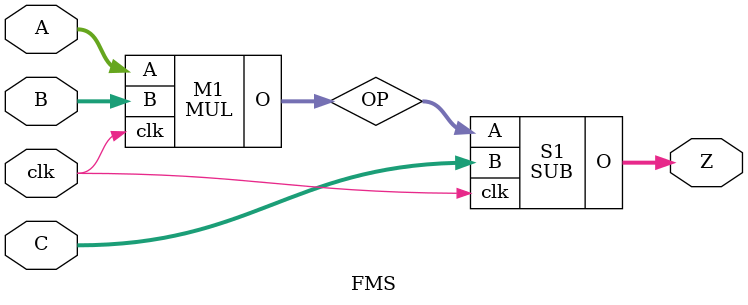
<source format=v>
   module SUB(clk, A, B, O);
   input clk;
   input [31:0] A, B;
   output [31:0] O;

   wire [31:0] O;
   wire [7:0] a_exponent;
   wire [23:0] a_mantissa;
   wire [7:0] b_exponent;
   wire [23:0] b_mantissa;

   reg        o_sign;
   reg [7:0]  o_exponent;
   reg [24:0] o_mantissa;

   wire a_sign; 
   wire b_sign;
   reg [31:0] sub_a_in;
   reg [31:0] sub_b_in;
   wire [31:0] sub_out; 
   assign O[31] = o_sign;
   assign O[30:23] = o_exponent;
   assign O[22:0] = o_mantissa[22:0];
   
   assign a_sign = A[31];
   assign a_exponent[7:0] = A[30:23];
   assign a_mantissa[23:0] = {1'b1, A[22:0]};
   
   assign b_sign = B[31];
   assign b_exponent[7:0] = B[30:23];
   assign b_mantissa[23:0] = {1'b1, B[22:0]};
   sub subtractor(.a(sub_a_in),.b(sub_b_in),.out(sub_out));
     always @ (posedge clk) begin
     //If a is NaN or b is zero return a
     if ((a_exponent == 255 && a_mantissa != 0) || (b_exponent == 0) && (b_mantissa == 0)) begin
     o_sign = a_sign;
     o_exponent = a_exponent;
     o_mantissa = a_mantissa;
     //If b is NaN or a is zero return b
     end else if ((b_exponent == 255 && b_mantissa != 0) || (a_exponent == 0) && (a_mantissa == 0)) begin
     o_sign = b_sign;
     o_exponent = b_exponent;
     o_mantissa = b_mantissa;
     //if a or b is infinity return infinity
     end else if ((a_exponent == 255) || (b_exponent == 255)) begin
     o_sign = a_sign ^ b_sign;
     o_exponent = 255;
     o_mantissa = 0;
     end else begin // Passed all corner cases
     sub_a_in = A;
     sub_b_in = {~B[31], B[30:0]};
     o_sign = sub_out[31];
     o_exponent = sub_out[30:23];
     o_mantissa = sub_out[22:0];
     end
     end 
     endmodule
     module sub(a, b, out);
     input  [31:0] a, b;
     output [31:0] out;
     
     wire [31:0] out;
     reg a_sign;
     reg [7:0] a_exponent;
     reg [23:0] a_mantissa;
     reg b_sign;
     reg [7:0] b_exponent;
     reg [23:0] b_mantissa;
     
       reg o_sign;
       reg [7:0] o_exponent;
       reg [24:0] o_mantissa;
     
       reg [7:0] diff;
       reg [23:0] tmp_mantissa;
       reg [7:0] tmp_exponent;
     
     
       reg  [7:0] i_e;
       reg  [24:0] i_m;
       wire [7:0] o_e;
       wire [24:0] o_m;
       sub_normaliser norm1(.in_e(i_e),.in_m(i_m),.out_e(o_e),.out_m(o_m));
       
       assign out[31] = o_sign;
       assign out[30:23] = o_exponent;
       assign out[22:0] = o_mantissa[22:0];
       
       always @ ( * ) begin
       a_sign = a[31];
       if(a[30:23] == 0) begin
       a_exponent = 8'b00000001;
       a_mantissa = {1'b0, a[22:0]};
       end else begin
       a_exponent = a[30:23];
       a_mantissa = {1'b1, a[22:0]};
       end
       b_sign = b[31];
       if(b[30:23] == 0) begin
       b_exponent = 8'b00000001;
       b_mantissa = {1'b0, b[22:0]};
       end else begin
       b_exponent = b[30:23];
       b_mantissa = {1'b1, b[22:0]};
       end
       if (a_exponent == b_exponent) begin // Equal exponents
       o_exponent = a_exponent;
       if (a_sign == b_sign) begin // Equal signs = add
       o_mantissa = a_mantissa + b_mantissa;
       //Signify to shift
        o_mantissa[24] = 1;
        o_sign = a_sign;
        end else begin // Opposite signs = subtract
        if(a_mantissa > b_mantissa) begin
        o_mantissa = a_mantissa - b_mantissa;
        o_sign = a_sign;
        end else begin
        o_mantissa = b_mantissa - a_mantissa;
        o_sign = b_sign;
        end
        end
        end else begin //Unequal exponents
        if (a_exponent > b_exponent) begin // A is bigger
        o_exponent = a_exponent;
        o_sign = a_sign;
        diff = a_exponent - b_exponent;
        tmp_mantissa = b_mantissa >> diff;
        if (a_sign == b_sign)
        o_mantissa = a_mantissa + tmp_mantissa;
        else
        o_mantissa = a_mantissa - tmp_mantissa;
        end else if (a_exponent < b_exponent) begin // B is bigger
        o_exponent = b_exponent;
        o_sign = b_sign;
        diff = b_exponent - a_exponent;
        tmp_mantissa = a_mantissa >> diff;
        if (a_sign == b_sign) begin
        o_mantissa = b_mantissa + tmp_mantissa;
        end else begin
        o_mantissa = b_mantissa - tmp_mantissa;
        end
        end
        end
        if(o_mantissa[24] == 1) begin
        o_exponent = o_exponent + 1;
        o_mantissa = o_mantissa >> 1;
        end else if((o_mantissa[23] != 1) && (o_exponent != 0)) begin
        i_e = o_exponent;
        i_m = o_mantissa;
        o_exponent = o_e;
        o_mantissa = o_m;
        end
        end
        endmodule  
   module sub_normaliser(in_e, in_m, out_e, out_m);
   input [7:0] in_e;
   input [24:0] in_m;
   output [7:0] out_e;
   output [24:0] out_m;
   
   wire [7:0] in_e;
   wire [24:0] in_m;
   reg [7:0] out_e;
   reg [24:0] out_m;
   
   always @ ( * ) begin
   if (in_m[23:3] == 21'b000000000000000000001) begin
   out_e = in_e - 20;
   out_m = in_m << 20;
   end else if (in_m[23:4] == 20'b00000000000000000001) begin
   out_e = in_e - 19;
   out_m = in_m << 19;
   end else if (in_m[23:5] == 19'b0000000000000000001) begin
   out_e = in_e - 18;
   out_m = in_m << 18;
   end else if (in_m[23:6] == 18'b000000000000000001) begin
   out_e = in_e - 17;
   out_m = in_m << 17;
   end else if (in_m[23:7] == 17'b00000000000000001) begin
   out_e = in_e - 16;
   out_m = in_m << 16;
   end else if (in_m[23:8] == 16'b0000000000000001) begin
   out_e = in_e - 15;
   out_m = in_m << 15;
   end else if (in_m[23:9] == 15'b000000000000001) begin
   out_e = in_e - 14;
   out_m = in_m << 14;
   end else if (in_m[23:10] == 14'b00000000000001) begin
   out_e = in_e - 13;
   out_m = in_m << 13;
   end else if (in_m[23:11] == 13'b0000000000001) begin
   out_e = in_e - 12;
   out_m = in_m << 12;
   end else if (in_m[23:12] == 12'b000000000001) begin
   out_e = in_e - 11;
   out_m = in_m << 11;
   end else if (in_m[23:13] == 11'b00000000001) begin
   out_e = in_e - 10;
   out_m = in_m << 10;
   end else if (in_m[23:14] == 10'b0000000001) begin
   out_e = in_e - 9;
   out_m = in_m << 9;
   end else if (in_m[23:15] == 9'b000000001) begin
   out_e = in_e - 8;
   out_m = in_m << 8;
   end else if (in_m[23:16] == 8'b00000001) begin
   out_e = in_e - 7;
   out_m = in_m << 7;
   end else if (in_m[23:17] == 7'b0000001) begin
   out_e = in_e - 6;
   out_m = in_m << 6;
   end else if (in_m[23:18] == 6'b000001) begin
   out_e = in_e - 5;
   out_m = in_m << 5;
   end else if (in_m[23:19] == 5'b00001) begin
   out_e = in_e - 4;
   out_m = in_m << 4;
   end else if (in_m[23:20] == 4'b0001) begin
   out_e = in_e - 3;
   out_m = in_m << 3;
   end else if (in_m[23:21] == 3'b001) begin
   out_e = in_e - 2;
   out_m = in_m << 2;
   end else if (in_m[23:22] == 2'b01) begin
   out_e = in_e - 1;
   out_m = in_m << 1;
   end
   end  
   endmodule


// FPU MULTIPLICATION MODULE
    module MUL(clk, A, B, O);
	input clk;
	input [31:0] A, B;
	output [31:0] O;

	wire [31:0] O;
	wire [7:0] a_exponent;
	wire [23:0] a_mantissa;
	wire [7:0] b_exponent;
	wire [23:0] b_mantissa;

	reg        o_sign;
	reg [7:0]  o_exponent;
	reg [24:0] o_mantissa;
	wire a_sign; 
    wire b_sign;
	
	reg [31:0] multiplier_a_in;
    reg [31:0] multiplier_b_in;
    wire [31:0] multiplier_out;
    assign O[31] = o_sign;
    assign O[30:23] = o_exponent;
    assign O[22:0] = o_mantissa[22:0];
    
    assign a_sign = A[31];
    assign a_exponent[7:0] = A[30:23];
    assign a_mantissa[23:0] = {1'b1, A[22:0]};
    
    assign b_sign = B[31];
    assign b_exponent[7:0] = B[30:23];
    assign b_mantissa[23:0] = {1'b1, B[22:0]};      
        
    multiplier multiplication(.a(multiplier_a_in),.b(multiplier_b_in),.out(multiplier_out));
    always @ (posedge clk) begin
    //If a is NaN return NaN
     if (a_exponent == 255 && a_mantissa != 0) begin
	 o_sign = a_sign;
	 o_exponent = 255;
	 o_mantissa = a_mantissa;
	 //If b is NaN return NaN
	 end else if (b_exponent == 255 && b_mantissa != 0) begin
	 o_sign = b_sign;
	 o_exponent = 255;
	 o_mantissa = b_mantissa;
	 //If a or b is 0 return 0
	end else if ((a_exponent == 0) && (a_mantissa == 0) || (b_exponent == 0) && (b_mantissa == 0)) begin
	o_sign = a_sign ^ b_sign;
	o_exponent = 0;
	o_mantissa = 0;
	//if a or b is inf return inf
	end else if ((a_exponent == 255) || (b_exponent == 255)) begin
	o_sign = a_sign;
	o_exponent = 255;
	o_mantissa = 0;
	end else begin // Passed all corner cases
	multiplier_a_in = A;
	multiplier_b_in = B;
	o_sign = multiplier_out[31];
	o_exponent = multiplier_out[30:23];
	o_mantissa = multiplier_out[22:0];
	end
	end
    endmodule
    module multiplier(a, b, out);
    input  [31:0] a, b;
    output [31:0] out;
    
    wire [31:0] out;
    reg a_sign;
    reg [7:0] a_exponent;
    reg [23:0] a_mantissa;
    reg b_sign;
    reg [7:0] b_exponent;
    reg [23:0] b_mantissa;
    
    reg o_sign;
    reg [7:0] o_exponent;
    reg [24:0] o_mantissa;
    reg [47:0] product;
    
      assign out[31] = o_sign;
      assign out[30:23] = o_exponent;
      assign out[22:0] = o_mantissa[22:0];
    
      reg  [7:0] i_e;
      reg  [47:0] i_m;
      wire [7:0] o_e;
      wire [47:0] o_m;
    
      multiplication_normaliser norm1( .in_e(i_e), .in_m(i_m),.out_e(o_e),.out_m(o_m));
      always @ ( * ) begin
      a_sign = a[31];
      if(a[30:23] == 0) begin
      a_exponent = 8'b00000001;
      a_mantissa = {1'b0, a[22:0]};
      end else begin
      a_exponent = a[30:23];
      a_mantissa = {1'b1, a[22:0]};
      end
      b_sign = b[31];
      if(b[30:23] == 0) begin
      b_exponent = 8'b00000001;
      b_mantissa = {1'b0, b[22:0]};
      end else begin
      b_exponent = b[30:23];
      b_mantissa = {1'b1, b[22:0]};
      end
        o_sign = a_sign ^ b_sign;
        o_exponent = a_exponent + b_exponent - 127;
        product = a_mantissa * b_mantissa;
        ///////////// Normalization//////////////////////
        if(product[47] == 1) begin
        o_exponent = o_exponent + 1;
        product = product >> 1;
        end else if((product[46] != 1) && (o_exponent != 0)) begin
        i_e = o_exponent;
        i_m = product;
        o_exponent = o_e;
        product = o_m;
        end
        o_mantissa = product[46:23];
        end
        endmodule
        
        
      module multiplication_normaliser(in_e, in_m, out_e, out_m);
      input [7:0] in_e;
      input [47:0] in_m;
      output [7:0] out_e;
      output [47:0] out_m;
    
      wire [7:0] in_e;
      wire [47:0] in_m;
      reg [7:0] out_e;
      reg [47:0] out_m;
    
      always @ ( * ) begin
      if (in_m[46:41] == 6'b000001) begin
      out_e = in_e - 5;
      out_m = in_m << 5;
      end else if (in_m[46:42] == 5'b00001) begin
      out_e = in_e - 4;
      out_m = in_m << 4;
      end else if (in_m[46:43] == 4'b0001) begin
      out_e = in_e - 3;
      out_m = in_m << 3;
      end else if (in_m[46:44] == 3'b001) begin
      out_e = in_e - 2;
      out_m = in_m << 2;
      end else if (in_m[46:45] == 2'b01) begin
      out_e = in_e - 1;
      out_m = in_m << 1;
      end
      end
      endmodule

      
      
      
module FMS(clk, A, B, C, Z);
     input clk; 
     input [31:0] A, B, C; 
     wire [31:0] OP;
     output [31:0] Z; 
     
        
    MUL M1(clk, A, B, OP);
   
    SUB S1(clk, OP, C, Z);
    
endmodule
</source>
